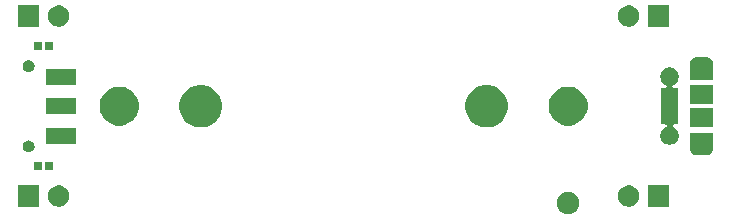
<source format=gbr>
G04 #@! TF.GenerationSoftware,KiCad,Pcbnew,5.1.6+dfsg1-1*
G04 #@! TF.CreationDate,2020-06-20T09:26:13-04:00*
G04 #@! TF.ProjectId,BreadBatt,42726561-6442-4617-9474-2e6b69636164,1*
G04 #@! TF.SameCoordinates,Original*
G04 #@! TF.FileFunction,Soldermask,Top*
G04 #@! TF.FilePolarity,Negative*
%FSLAX46Y46*%
G04 Gerber Fmt 4.6, Leading zero omitted, Abs format (unit mm)*
G04 Created by KiCad (PCBNEW 5.1.6+dfsg1-1) date 2020-06-20 09:26:13*
%MOMM*%
%LPD*%
G01*
G04 APERTURE LIST*
%ADD10C,0.100000*%
G04 APERTURE END LIST*
D10*
G36*
X158977338Y-115235738D02*
G01*
X159150373Y-115307412D01*
X159306100Y-115411465D01*
X159438535Y-115543900D01*
X159542588Y-115699627D01*
X159614262Y-115872662D01*
X159650800Y-116056354D01*
X159650800Y-116243646D01*
X159614262Y-116427338D01*
X159542588Y-116600373D01*
X159438535Y-116756100D01*
X159306100Y-116888535D01*
X159150373Y-116992588D01*
X158977338Y-117064262D01*
X158793646Y-117100800D01*
X158606354Y-117100800D01*
X158422662Y-117064262D01*
X158249627Y-116992588D01*
X158093900Y-116888535D01*
X157961465Y-116756100D01*
X157857412Y-116600373D01*
X157785738Y-116427338D01*
X157749200Y-116243646D01*
X157749200Y-116056354D01*
X157785738Y-115872662D01*
X157857412Y-115699627D01*
X157961465Y-115543900D01*
X158093900Y-115411465D01*
X158249627Y-115307412D01*
X158422662Y-115235738D01*
X158606354Y-115199200D01*
X158793646Y-115199200D01*
X158977338Y-115235738D01*
G37*
G36*
X167270800Y-116470800D02*
G01*
X165469200Y-116470800D01*
X165469200Y-114669200D01*
X167270800Y-114669200D01*
X167270800Y-116470800D01*
G37*
G36*
X113930800Y-116470800D02*
G01*
X112129200Y-116470800D01*
X112129200Y-114669200D01*
X113930800Y-114669200D01*
X113930800Y-116470800D01*
G37*
G36*
X115832754Y-114703817D02*
G01*
X115996689Y-114771721D01*
X116144227Y-114870303D01*
X116269697Y-114995773D01*
X116368279Y-115143311D01*
X116436183Y-115307246D01*
X116470800Y-115481279D01*
X116470800Y-115658721D01*
X116436183Y-115832754D01*
X116368279Y-115996689D01*
X116269697Y-116144227D01*
X116144227Y-116269697D01*
X115996689Y-116368279D01*
X115832754Y-116436183D01*
X115658721Y-116470800D01*
X115481279Y-116470800D01*
X115307246Y-116436183D01*
X115143311Y-116368279D01*
X114995773Y-116269697D01*
X114870303Y-116144227D01*
X114771721Y-115996689D01*
X114703817Y-115832754D01*
X114669200Y-115658721D01*
X114669200Y-115481279D01*
X114703817Y-115307246D01*
X114771721Y-115143311D01*
X114870303Y-114995773D01*
X114995773Y-114870303D01*
X115143311Y-114771721D01*
X115307246Y-114703817D01*
X115481279Y-114669200D01*
X115658721Y-114669200D01*
X115832754Y-114703817D01*
G37*
G36*
X164092754Y-114703817D02*
G01*
X164256689Y-114771721D01*
X164404227Y-114870303D01*
X164529697Y-114995773D01*
X164628279Y-115143311D01*
X164696183Y-115307246D01*
X164730800Y-115481279D01*
X164730800Y-115658721D01*
X164696183Y-115832754D01*
X164628279Y-115996689D01*
X164529697Y-116144227D01*
X164404227Y-116269697D01*
X164256689Y-116368279D01*
X164092754Y-116436183D01*
X163918721Y-116470800D01*
X163741279Y-116470800D01*
X163567246Y-116436183D01*
X163403311Y-116368279D01*
X163255773Y-116269697D01*
X163130303Y-116144227D01*
X163031721Y-115996689D01*
X162963817Y-115832754D01*
X162929200Y-115658721D01*
X162929200Y-115481279D01*
X162963817Y-115307246D01*
X163031721Y-115143311D01*
X163130303Y-114995773D01*
X163255773Y-114870303D01*
X163403311Y-114771721D01*
X163567246Y-114703817D01*
X163741279Y-114669200D01*
X163918721Y-114669200D01*
X164092754Y-114703817D01*
G37*
G36*
X115042625Y-112661905D02*
G01*
X115063028Y-112668095D01*
X115081839Y-112678149D01*
X115098323Y-112691677D01*
X115111851Y-112708161D01*
X115121905Y-112726972D01*
X115128095Y-112747375D01*
X115130800Y-112774843D01*
X115130800Y-113285157D01*
X115128095Y-113312625D01*
X115121905Y-113333028D01*
X115111851Y-113351839D01*
X115098323Y-113368323D01*
X115081839Y-113381851D01*
X115063028Y-113391905D01*
X115042625Y-113398095D01*
X115015157Y-113400800D01*
X114554843Y-113400800D01*
X114527375Y-113398095D01*
X114506972Y-113391905D01*
X114488161Y-113381851D01*
X114471677Y-113368323D01*
X114458149Y-113351839D01*
X114448095Y-113333028D01*
X114441905Y-113312625D01*
X114439200Y-113285157D01*
X114439200Y-112774843D01*
X114441905Y-112747375D01*
X114448095Y-112726972D01*
X114458149Y-112708161D01*
X114471677Y-112691677D01*
X114488161Y-112678149D01*
X114506972Y-112668095D01*
X114527375Y-112661905D01*
X114554843Y-112659200D01*
X115015157Y-112659200D01*
X115042625Y-112661905D01*
G37*
G36*
X114072625Y-112661905D02*
G01*
X114093028Y-112668095D01*
X114111839Y-112678149D01*
X114128323Y-112691677D01*
X114141851Y-112708161D01*
X114151905Y-112726972D01*
X114158095Y-112747375D01*
X114160800Y-112774843D01*
X114160800Y-113285157D01*
X114158095Y-113312625D01*
X114151905Y-113333028D01*
X114141851Y-113351839D01*
X114128323Y-113368323D01*
X114111839Y-113381851D01*
X114093028Y-113391905D01*
X114072625Y-113398095D01*
X114045157Y-113400800D01*
X113584843Y-113400800D01*
X113557375Y-113398095D01*
X113536972Y-113391905D01*
X113518161Y-113381851D01*
X113501677Y-113368323D01*
X113488149Y-113351839D01*
X113478095Y-113333028D01*
X113471905Y-113312625D01*
X113469200Y-113285157D01*
X113469200Y-112774843D01*
X113471905Y-112747375D01*
X113478095Y-112726972D01*
X113488149Y-112708161D01*
X113501677Y-112691677D01*
X113518161Y-112678149D01*
X113536972Y-112668095D01*
X113557375Y-112661905D01*
X113584843Y-112659200D01*
X114045157Y-112659200D01*
X114072625Y-112661905D01*
G37*
G36*
X170995900Y-111411792D02*
G01*
X170996511Y-111424240D01*
X170999048Y-111450000D01*
X170996511Y-111475760D01*
X170995900Y-111488208D01*
X170995900Y-111562458D01*
X170982433Y-111590933D01*
X170949270Y-111700254D01*
X170888839Y-111813314D01*
X170807512Y-111912412D01*
X170708414Y-111993739D01*
X170595354Y-112054170D01*
X170472679Y-112091384D01*
X170377074Y-112100800D01*
X169613126Y-112100800D01*
X169517521Y-112091384D01*
X169394846Y-112054170D01*
X169281786Y-111993739D01*
X169182688Y-111912412D01*
X169101361Y-111813314D01*
X169040930Y-111700254D01*
X169007767Y-111590933D01*
X168998240Y-111567932D01*
X168994300Y-111562035D01*
X168994300Y-111488208D01*
X168993689Y-111475760D01*
X168991152Y-111450000D01*
X168993689Y-111424240D01*
X168994300Y-111411792D01*
X168994300Y-110199200D01*
X170995900Y-110199200D01*
X170995900Y-111411792D01*
G37*
G36*
X113176081Y-110868446D02*
G01*
X113267216Y-110906195D01*
X113349242Y-110961003D01*
X113418997Y-111030758D01*
X113473805Y-111112784D01*
X113511554Y-111203919D01*
X113530800Y-111300676D01*
X113530800Y-111399324D01*
X113511554Y-111496081D01*
X113473805Y-111587216D01*
X113418997Y-111669242D01*
X113349242Y-111738997D01*
X113267216Y-111793805D01*
X113176081Y-111831554D01*
X113079324Y-111850800D01*
X112980676Y-111850800D01*
X112883919Y-111831554D01*
X112792784Y-111793805D01*
X112710758Y-111738997D01*
X112641003Y-111669242D01*
X112586195Y-111587216D01*
X112548446Y-111496081D01*
X112529200Y-111399324D01*
X112529200Y-111300676D01*
X112548446Y-111203919D01*
X112586195Y-111112784D01*
X112641003Y-111030758D01*
X112710758Y-110961003D01*
X112792784Y-110906195D01*
X112883919Y-110868446D01*
X112980676Y-110849200D01*
X113079324Y-110849200D01*
X113176081Y-110868446D01*
G37*
G36*
X167521393Y-104704013D02*
G01*
X167662579Y-104762495D01*
X167789644Y-104847397D01*
X167897703Y-104955456D01*
X167982605Y-105082521D01*
X168041087Y-105223707D01*
X168070900Y-105373590D01*
X168070900Y-105526410D01*
X168041087Y-105676293D01*
X167982605Y-105817479D01*
X167897703Y-105944544D01*
X167789644Y-106052603D01*
X167662579Y-106137505D01*
X167620654Y-106154871D01*
X167598702Y-106166605D01*
X167579457Y-106182399D01*
X167563663Y-106201644D01*
X167551927Y-106223601D01*
X167544700Y-106247425D01*
X167542260Y-106272201D01*
X167544700Y-106296977D01*
X167551927Y-106320802D01*
X167563663Y-106342758D01*
X167579457Y-106362003D01*
X167598702Y-106377797D01*
X167620659Y-106389533D01*
X167644483Y-106396760D01*
X167669259Y-106399200D01*
X168020900Y-106399200D01*
X168020900Y-109500800D01*
X167669259Y-109500800D01*
X167644483Y-109503240D01*
X167620659Y-109510467D01*
X167598702Y-109522203D01*
X167579457Y-109537997D01*
X167563663Y-109557242D01*
X167551927Y-109579199D01*
X167544700Y-109603023D01*
X167542260Y-109627799D01*
X167544700Y-109652575D01*
X167551927Y-109676399D01*
X167563663Y-109698356D01*
X167579457Y-109717601D01*
X167598702Y-109733395D01*
X167620654Y-109745129D01*
X167662579Y-109762495D01*
X167789644Y-109847397D01*
X167897703Y-109955456D01*
X167982605Y-110082521D01*
X168041087Y-110223707D01*
X168070900Y-110373590D01*
X168070900Y-110526410D01*
X168041087Y-110676293D01*
X167982605Y-110817479D01*
X167897703Y-110944544D01*
X167789644Y-111052603D01*
X167662579Y-111137505D01*
X167521393Y-111195987D01*
X167371510Y-111225800D01*
X167218690Y-111225800D01*
X167068807Y-111195987D01*
X166927621Y-111137505D01*
X166800556Y-111052603D01*
X166692497Y-110944544D01*
X166607595Y-110817479D01*
X166549113Y-110676293D01*
X166519300Y-110526410D01*
X166519300Y-110373590D01*
X166549113Y-110223707D01*
X166607595Y-110082521D01*
X166692497Y-109955456D01*
X166800556Y-109847397D01*
X166927621Y-109762495D01*
X166969546Y-109745129D01*
X166991498Y-109733395D01*
X167010743Y-109717601D01*
X167026537Y-109698356D01*
X167038273Y-109676399D01*
X167045500Y-109652575D01*
X167047940Y-109627799D01*
X167045500Y-109603023D01*
X167038273Y-109579198D01*
X167026537Y-109557242D01*
X167010743Y-109537997D01*
X166991498Y-109522203D01*
X166969541Y-109510467D01*
X166945717Y-109503240D01*
X166920941Y-109500800D01*
X166569300Y-109500800D01*
X166569300Y-106399200D01*
X166920941Y-106399200D01*
X166945717Y-106396760D01*
X166969541Y-106389533D01*
X166991498Y-106377797D01*
X167010743Y-106362003D01*
X167026537Y-106342758D01*
X167038273Y-106320801D01*
X167045500Y-106296977D01*
X167047940Y-106272201D01*
X167045500Y-106247425D01*
X167038273Y-106223601D01*
X167026537Y-106201644D01*
X167010743Y-106182399D01*
X166991498Y-106166605D01*
X166969546Y-106154871D01*
X166927621Y-106137505D01*
X166800556Y-106052603D01*
X166692497Y-105944544D01*
X166607595Y-105817479D01*
X166549113Y-105676293D01*
X166519300Y-105526410D01*
X166519300Y-105373590D01*
X166549113Y-105223707D01*
X166607595Y-105082521D01*
X166692497Y-104955456D01*
X166800556Y-104847397D01*
X166927621Y-104762495D01*
X167068807Y-104704013D01*
X167218690Y-104674200D01*
X167371510Y-104674200D01*
X167521393Y-104704013D01*
G37*
G36*
X117080800Y-111125800D02*
G01*
X114479200Y-111125800D01*
X114479200Y-109774200D01*
X117080800Y-109774200D01*
X117080800Y-111125800D01*
G37*
G36*
X128125272Y-106218403D02*
G01*
X128125275Y-106218404D01*
X128125274Y-106218404D01*
X128452999Y-106354152D01*
X128747943Y-106551228D01*
X128998772Y-106802057D01*
X129195848Y-107097001D01*
X129269246Y-107274200D01*
X129331597Y-107424728D01*
X129400800Y-107772637D01*
X129400800Y-108127363D01*
X129331597Y-108475272D01*
X129331596Y-108475274D01*
X129195848Y-108802999D01*
X128998772Y-109097943D01*
X128747943Y-109348772D01*
X128452999Y-109545848D01*
X128195337Y-109652575D01*
X128125272Y-109681597D01*
X127777363Y-109750800D01*
X127422637Y-109750800D01*
X127074728Y-109681597D01*
X127004663Y-109652575D01*
X126747001Y-109545848D01*
X126452057Y-109348772D01*
X126201228Y-109097943D01*
X126004152Y-108802999D01*
X125868404Y-108475274D01*
X125868403Y-108475272D01*
X125799200Y-108127363D01*
X125799200Y-107772637D01*
X125868403Y-107424728D01*
X125930754Y-107274200D01*
X126004152Y-107097001D01*
X126201228Y-106802057D01*
X126452057Y-106551228D01*
X126747001Y-106354152D01*
X127074726Y-106218404D01*
X127074725Y-106218404D01*
X127074728Y-106218403D01*
X127422637Y-106149200D01*
X127777363Y-106149200D01*
X128125272Y-106218403D01*
G37*
G36*
X170995900Y-109750800D02*
G01*
X168994300Y-109750800D01*
X168994300Y-108149200D01*
X170995900Y-108149200D01*
X170995900Y-109750800D01*
G37*
G36*
X152325272Y-106218403D02*
G01*
X152325275Y-106218404D01*
X152325274Y-106218404D01*
X152652999Y-106354152D01*
X152947943Y-106551228D01*
X153198772Y-106802057D01*
X153395848Y-107097001D01*
X153469246Y-107274200D01*
X153531597Y-107424728D01*
X153600800Y-107772637D01*
X153600800Y-108127363D01*
X153531597Y-108475272D01*
X153531596Y-108475274D01*
X153395848Y-108802999D01*
X153198772Y-109097943D01*
X152947943Y-109348772D01*
X152652999Y-109545848D01*
X152395337Y-109652575D01*
X152325272Y-109681597D01*
X151977363Y-109750800D01*
X151622637Y-109750800D01*
X151274728Y-109681597D01*
X151204663Y-109652575D01*
X150947001Y-109545848D01*
X150652057Y-109348772D01*
X150401228Y-109097943D01*
X150204152Y-108802999D01*
X150068404Y-108475274D01*
X150068403Y-108475272D01*
X149999200Y-108127363D01*
X149999200Y-107772637D01*
X150068403Y-107424728D01*
X150130754Y-107274200D01*
X150204152Y-107097001D01*
X150401228Y-106802057D01*
X150652057Y-106551228D01*
X150947001Y-106354152D01*
X151274726Y-106218404D01*
X151274725Y-106218404D01*
X151274728Y-106218403D01*
X151622637Y-106149200D01*
X151977363Y-106149200D01*
X152325272Y-106218403D01*
G37*
G36*
X159181521Y-106362639D02*
G01*
X159481947Y-106487080D01*
X159752324Y-106667740D01*
X159982260Y-106897676D01*
X160162920Y-107168053D01*
X160287361Y-107468479D01*
X160350800Y-107787410D01*
X160350800Y-108112590D01*
X160287361Y-108431521D01*
X160162920Y-108731947D01*
X159982260Y-109002324D01*
X159752324Y-109232260D01*
X159481947Y-109412920D01*
X159181521Y-109537361D01*
X158862590Y-109600800D01*
X158537410Y-109600800D01*
X158218479Y-109537361D01*
X157918053Y-109412920D01*
X157647676Y-109232260D01*
X157417740Y-109002324D01*
X157237080Y-108731947D01*
X157112639Y-108431521D01*
X157049200Y-108112590D01*
X157049200Y-107787410D01*
X157112639Y-107468479D01*
X157237080Y-107168053D01*
X157417740Y-106897676D01*
X157647676Y-106667740D01*
X157918053Y-106487080D01*
X158218479Y-106362639D01*
X158537410Y-106299200D01*
X158862590Y-106299200D01*
X159181521Y-106362639D01*
G37*
G36*
X121181521Y-106362639D02*
G01*
X121481947Y-106487080D01*
X121752324Y-106667740D01*
X121982260Y-106897676D01*
X122162920Y-107168053D01*
X122287361Y-107468479D01*
X122350800Y-107787410D01*
X122350800Y-108112590D01*
X122287361Y-108431521D01*
X122162920Y-108731947D01*
X121982260Y-109002324D01*
X121752324Y-109232260D01*
X121481947Y-109412920D01*
X121181521Y-109537361D01*
X120862590Y-109600800D01*
X120537410Y-109600800D01*
X120218479Y-109537361D01*
X119918053Y-109412920D01*
X119647676Y-109232260D01*
X119417740Y-109002324D01*
X119237080Y-108731947D01*
X119112639Y-108431521D01*
X119049200Y-108112590D01*
X119049200Y-107787410D01*
X119112639Y-107468479D01*
X119237080Y-107168053D01*
X119417740Y-106897676D01*
X119647676Y-106667740D01*
X119918053Y-106487080D01*
X120218479Y-106362639D01*
X120537410Y-106299200D01*
X120862590Y-106299200D01*
X121181521Y-106362639D01*
G37*
G36*
X117080800Y-108625800D02*
G01*
X114479200Y-108625800D01*
X114479200Y-107274200D01*
X117080800Y-107274200D01*
X117080800Y-108625800D01*
G37*
G36*
X170995900Y-107750800D02*
G01*
X168994300Y-107750800D01*
X168994300Y-106149200D01*
X170995900Y-106149200D01*
X170995900Y-107750800D01*
G37*
G36*
X117080800Y-106125800D02*
G01*
X114479200Y-106125800D01*
X114479200Y-104774200D01*
X117080800Y-104774200D01*
X117080800Y-106125800D01*
G37*
G36*
X170472679Y-103808616D02*
G01*
X170595354Y-103845830D01*
X170708414Y-103906261D01*
X170807512Y-103987588D01*
X170888839Y-104086686D01*
X170949270Y-104199746D01*
X170982433Y-104309067D01*
X170991960Y-104332068D01*
X170995900Y-104337965D01*
X170995900Y-104411792D01*
X170996511Y-104424240D01*
X170999048Y-104450000D01*
X170996511Y-104475760D01*
X170995900Y-104488208D01*
X170995900Y-105700800D01*
X168994300Y-105700800D01*
X168994300Y-104488208D01*
X168993689Y-104475760D01*
X168991152Y-104450000D01*
X168993689Y-104424240D01*
X168994300Y-104411792D01*
X168994300Y-104337542D01*
X169007767Y-104309067D01*
X169040930Y-104199746D01*
X169101361Y-104086686D01*
X169182688Y-103987588D01*
X169281786Y-103906261D01*
X169394846Y-103845830D01*
X169517521Y-103808616D01*
X169613126Y-103799200D01*
X170377074Y-103799200D01*
X170472679Y-103808616D01*
G37*
G36*
X113176081Y-104068446D02*
G01*
X113267216Y-104106195D01*
X113349242Y-104161003D01*
X113418997Y-104230758D01*
X113473805Y-104312784D01*
X113511554Y-104403919D01*
X113530800Y-104500676D01*
X113530800Y-104599324D01*
X113511554Y-104696081D01*
X113473805Y-104787216D01*
X113418997Y-104869242D01*
X113349242Y-104938997D01*
X113267216Y-104993805D01*
X113176081Y-105031554D01*
X113079324Y-105050800D01*
X112980676Y-105050800D01*
X112883919Y-105031554D01*
X112792784Y-104993805D01*
X112710758Y-104938997D01*
X112641003Y-104869242D01*
X112586195Y-104787216D01*
X112548446Y-104696081D01*
X112529200Y-104599324D01*
X112529200Y-104500676D01*
X112548446Y-104403919D01*
X112586195Y-104312784D01*
X112641003Y-104230758D01*
X112710758Y-104161003D01*
X112792784Y-104106195D01*
X112883919Y-104068446D01*
X112980676Y-104049200D01*
X113079324Y-104049200D01*
X113176081Y-104068446D01*
G37*
G36*
X114072625Y-102501905D02*
G01*
X114093028Y-102508095D01*
X114111839Y-102518149D01*
X114128323Y-102531677D01*
X114141851Y-102548161D01*
X114151905Y-102566972D01*
X114158095Y-102587375D01*
X114160800Y-102614843D01*
X114160800Y-103125157D01*
X114158095Y-103152625D01*
X114151905Y-103173028D01*
X114141851Y-103191839D01*
X114128323Y-103208323D01*
X114111839Y-103221851D01*
X114093028Y-103231905D01*
X114072625Y-103238095D01*
X114045157Y-103240800D01*
X113584843Y-103240800D01*
X113557375Y-103238095D01*
X113536972Y-103231905D01*
X113518161Y-103221851D01*
X113501677Y-103208323D01*
X113488149Y-103191839D01*
X113478095Y-103173028D01*
X113471905Y-103152625D01*
X113469200Y-103125157D01*
X113469200Y-102614843D01*
X113471905Y-102587375D01*
X113478095Y-102566972D01*
X113488149Y-102548161D01*
X113501677Y-102531677D01*
X113518161Y-102518149D01*
X113536972Y-102508095D01*
X113557375Y-102501905D01*
X113584843Y-102499200D01*
X114045157Y-102499200D01*
X114072625Y-102501905D01*
G37*
G36*
X115042625Y-102501905D02*
G01*
X115063028Y-102508095D01*
X115081839Y-102518149D01*
X115098323Y-102531677D01*
X115111851Y-102548161D01*
X115121905Y-102566972D01*
X115128095Y-102587375D01*
X115130800Y-102614843D01*
X115130800Y-103125157D01*
X115128095Y-103152625D01*
X115121905Y-103173028D01*
X115111851Y-103191839D01*
X115098323Y-103208323D01*
X115081839Y-103221851D01*
X115063028Y-103231905D01*
X115042625Y-103238095D01*
X115015157Y-103240800D01*
X114554843Y-103240800D01*
X114527375Y-103238095D01*
X114506972Y-103231905D01*
X114488161Y-103221851D01*
X114471677Y-103208323D01*
X114458149Y-103191839D01*
X114448095Y-103173028D01*
X114441905Y-103152625D01*
X114439200Y-103125157D01*
X114439200Y-102614843D01*
X114441905Y-102587375D01*
X114448095Y-102566972D01*
X114458149Y-102548161D01*
X114471677Y-102531677D01*
X114488161Y-102518149D01*
X114506972Y-102508095D01*
X114527375Y-102501905D01*
X114554843Y-102499200D01*
X115015157Y-102499200D01*
X115042625Y-102501905D01*
G37*
G36*
X113930800Y-101230800D02*
G01*
X112129200Y-101230800D01*
X112129200Y-99429200D01*
X113930800Y-99429200D01*
X113930800Y-101230800D01*
G37*
G36*
X115832754Y-99463817D02*
G01*
X115996689Y-99531721D01*
X116144227Y-99630303D01*
X116269697Y-99755773D01*
X116368279Y-99903311D01*
X116436183Y-100067246D01*
X116470800Y-100241279D01*
X116470800Y-100418721D01*
X116436183Y-100592754D01*
X116368279Y-100756689D01*
X116269697Y-100904227D01*
X116144227Y-101029697D01*
X115996689Y-101128279D01*
X115832754Y-101196183D01*
X115658721Y-101230800D01*
X115481279Y-101230800D01*
X115307246Y-101196183D01*
X115143311Y-101128279D01*
X114995773Y-101029697D01*
X114870303Y-100904227D01*
X114771721Y-100756689D01*
X114703817Y-100592754D01*
X114669200Y-100418721D01*
X114669200Y-100241279D01*
X114703817Y-100067246D01*
X114771721Y-99903311D01*
X114870303Y-99755773D01*
X114995773Y-99630303D01*
X115143311Y-99531721D01*
X115307246Y-99463817D01*
X115481279Y-99429200D01*
X115658721Y-99429200D01*
X115832754Y-99463817D01*
G37*
G36*
X164092754Y-99463817D02*
G01*
X164256689Y-99531721D01*
X164404227Y-99630303D01*
X164529697Y-99755773D01*
X164628279Y-99903311D01*
X164696183Y-100067246D01*
X164730800Y-100241279D01*
X164730800Y-100418721D01*
X164696183Y-100592754D01*
X164628279Y-100756689D01*
X164529697Y-100904227D01*
X164404227Y-101029697D01*
X164256689Y-101128279D01*
X164092754Y-101196183D01*
X163918721Y-101230800D01*
X163741279Y-101230800D01*
X163567246Y-101196183D01*
X163403311Y-101128279D01*
X163255773Y-101029697D01*
X163130303Y-100904227D01*
X163031721Y-100756689D01*
X162963817Y-100592754D01*
X162929200Y-100418721D01*
X162929200Y-100241279D01*
X162963817Y-100067246D01*
X163031721Y-99903311D01*
X163130303Y-99755773D01*
X163255773Y-99630303D01*
X163403311Y-99531721D01*
X163567246Y-99463817D01*
X163741279Y-99429200D01*
X163918721Y-99429200D01*
X164092754Y-99463817D01*
G37*
G36*
X167270800Y-101230800D02*
G01*
X165469200Y-101230800D01*
X165469200Y-99429200D01*
X167270800Y-99429200D01*
X167270800Y-101230800D01*
G37*
M02*

</source>
